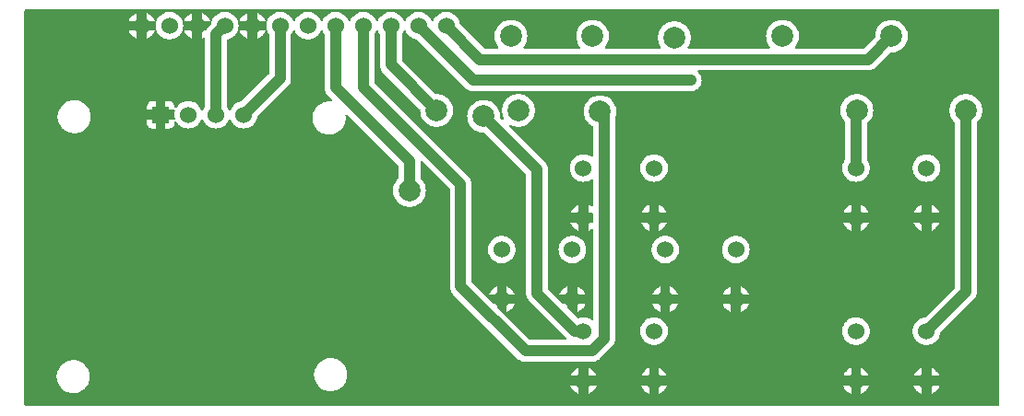
<source format=gbl>
G04 Layer: BottomLayer*
G04 EasyEDA v6.5.29, 2023-07-14 15:37:15*
G04 db832162b2324ea39ecaeeaa3fe534e0,1e4d668faf9c44eeab1497739a8aa4b2,10*
G04 Gerber Generator version 0.2*
G04 Scale: 100 percent, Rotated: No, Reflected: No *
G04 Dimensions in millimeters *
G04 leading zeros omitted , absolute positions ,4 integer and 5 decimal *
%FSLAX45Y45*%
%MOMM*%

%ADD10C,1.0000*%
%ADD11C,1.5240*%
%ADD12C,5.0000*%
%ADD13R,1.5240X1.5240*%
%ADD14C,2.0000*%
%ADD15C,0.0153*%

%LPD*%
G36*
X48564Y38404D02*
G01*
X44704Y39166D01*
X41402Y41402D01*
X39166Y44704D01*
X38404Y48564D01*
X38404Y3676446D01*
X39166Y3680307D01*
X41402Y3683609D01*
X44704Y3685844D01*
X48564Y3686606D01*
X8976461Y3686606D01*
X8980322Y3685844D01*
X8983624Y3683609D01*
X8985808Y3680307D01*
X8986621Y3676446D01*
X8986621Y48564D01*
X8985808Y44704D01*
X8983624Y41402D01*
X8980322Y39166D01*
X8976461Y38404D01*
G37*

%LPC*%
G36*
X5125364Y152806D02*
G01*
X5125364Y226923D01*
X5051196Y226923D01*
X5057648Y212496D01*
X5065522Y199440D01*
X5074970Y187401D01*
X5085791Y176580D01*
X5097830Y167132D01*
X5110937Y159207D01*
G37*
G36*
X5773064Y152806D02*
G01*
X5773064Y226923D01*
X5698896Y226923D01*
X5705348Y212547D01*
X5713222Y199440D01*
X5722670Y187401D01*
X5733491Y176580D01*
X5745530Y167132D01*
X5758637Y159207D01*
G37*
G36*
X5214264Y152806D02*
G01*
X5228691Y159207D01*
X5241747Y167132D01*
X5253837Y176580D01*
X5264607Y187401D01*
X5274056Y199440D01*
X5281980Y212496D01*
X5288381Y226923D01*
X5214264Y226923D01*
G37*
G36*
X5861964Y152806D02*
G01*
X5876391Y159207D01*
X5889447Y167132D01*
X5901537Y176580D01*
X5912307Y187401D01*
X5921756Y199440D01*
X5929680Y212547D01*
X5936081Y226923D01*
X5861964Y226923D01*
G37*
G36*
X7625334Y152806D02*
G01*
X7625334Y226923D01*
X7551216Y226923D01*
X7557617Y212496D01*
X7565542Y199440D01*
X7574991Y187401D01*
X7585811Y176580D01*
X7597851Y167132D01*
X7610906Y159207D01*
G37*
G36*
X8273034Y152806D02*
G01*
X8273034Y226923D01*
X8198916Y226923D01*
X8205317Y212547D01*
X8213242Y199440D01*
X8222691Y187401D01*
X8233511Y176580D01*
X8245551Y167132D01*
X8258606Y159207D01*
G37*
G36*
X8361934Y152806D02*
G01*
X8376361Y159207D01*
X8389467Y167132D01*
X8401507Y176580D01*
X8412327Y187401D01*
X8421776Y199440D01*
X8429650Y212547D01*
X8436102Y226923D01*
X8361934Y226923D01*
G37*
G36*
X7714234Y152806D02*
G01*
X7728661Y159207D01*
X7741767Y167132D01*
X7753807Y176580D01*
X7764627Y187401D01*
X7774076Y199440D01*
X7781950Y212496D01*
X7788402Y226923D01*
X7714234Y226923D01*
G37*
G36*
X490321Y157429D02*
G01*
X507034Y158800D01*
X523493Y162052D01*
X539496Y167030D01*
X554837Y173786D01*
X569315Y182168D01*
X582828Y192074D01*
X595172Y203403D01*
X606196Y216052D01*
X615746Y229819D01*
X623722Y244551D01*
X630021Y260096D01*
X634542Y276199D01*
X637336Y292760D01*
X638251Y309473D01*
X637336Y326186D01*
X634542Y342747D01*
X630021Y358851D01*
X623722Y374396D01*
X615746Y389128D01*
X606196Y402894D01*
X595172Y415543D01*
X582828Y426872D01*
X569315Y436778D01*
X554837Y445160D01*
X539496Y451916D01*
X523493Y456895D01*
X507034Y460146D01*
X490321Y461518D01*
X473608Y461060D01*
X456996Y458724D01*
X440740Y454609D01*
X425043Y448767D01*
X410108Y441198D01*
X396087Y432003D01*
X383133Y421385D01*
X371449Y409346D01*
X361188Y396138D01*
X352399Y381863D01*
X345236Y366725D01*
X339801Y350875D01*
X336143Y334518D01*
X334314Y317855D01*
X334314Y301091D01*
X336143Y284429D01*
X339801Y268071D01*
X345236Y252221D01*
X352399Y237083D01*
X361188Y222808D01*
X371449Y209600D01*
X383133Y197561D01*
X396087Y186944D01*
X410108Y177749D01*
X425043Y170180D01*
X440740Y164338D01*
X456996Y160223D01*
X473608Y157886D01*
G37*
G36*
X2853283Y175361D02*
G01*
X2869996Y176733D01*
X2886405Y179984D01*
X2902407Y184962D01*
X2917748Y191719D01*
X2932277Y200101D01*
X2945790Y210007D01*
X2958084Y221335D01*
X2969107Y233984D01*
X2978658Y247751D01*
X2986633Y262483D01*
X2992932Y278028D01*
X2997504Y294132D01*
X3000248Y310692D01*
X3001162Y327406D01*
X3000248Y344119D01*
X2997504Y360680D01*
X2992932Y376783D01*
X2986633Y392328D01*
X2978658Y407060D01*
X2969107Y420827D01*
X2958084Y433476D01*
X2945790Y444804D01*
X2932277Y454710D01*
X2917748Y463092D01*
X2902407Y469849D01*
X2886405Y474827D01*
X2869996Y478078D01*
X2853283Y479450D01*
X2836519Y478993D01*
X2819908Y476656D01*
X2803702Y472541D01*
X2788005Y466699D01*
X2773019Y459130D01*
X2758998Y449935D01*
X2746095Y439318D01*
X2734411Y427278D01*
X2724099Y414070D01*
X2715310Y399796D01*
X2708198Y384657D01*
X2702712Y368808D01*
X2699054Y352450D01*
X2697226Y335788D01*
X2697226Y319024D01*
X2699054Y302361D01*
X2702712Y286004D01*
X2708198Y270154D01*
X2715310Y255016D01*
X2724099Y240741D01*
X2734411Y227533D01*
X2746095Y215493D01*
X2758998Y204876D01*
X2773019Y195681D01*
X2788005Y188112D01*
X2803702Y182270D01*
X2819908Y178155D01*
X2836519Y175818D01*
G37*
G36*
X5698896Y315823D02*
G01*
X5773064Y315823D01*
X5773064Y389991D01*
X5758637Y383590D01*
X5745530Y375666D01*
X5733491Y366217D01*
X5722670Y355396D01*
X5713222Y343357D01*
X5705348Y330250D01*
G37*
G36*
X5861964Y315823D02*
G01*
X5936081Y315823D01*
X5929680Y330250D01*
X5921756Y343357D01*
X5912307Y355396D01*
X5901537Y366217D01*
X5889447Y375666D01*
X5876391Y383590D01*
X5861964Y389991D01*
G37*
G36*
X5051196Y315823D02*
G01*
X5125364Y315823D01*
X5125364Y389991D01*
X5110937Y383590D01*
X5097830Y375666D01*
X5085791Y366217D01*
X5074970Y355396D01*
X5065522Y343357D01*
X5057648Y330250D01*
G37*
G36*
X5214264Y315823D02*
G01*
X5288381Y315823D01*
X5281980Y330250D01*
X5274056Y343357D01*
X5264607Y355396D01*
X5253837Y366217D01*
X5241747Y375666D01*
X5228691Y383590D01*
X5214264Y389991D01*
G37*
G36*
X7551216Y315823D02*
G01*
X7625334Y315823D01*
X7625334Y389991D01*
X7610906Y383590D01*
X7597851Y375666D01*
X7585811Y366217D01*
X7574991Y355396D01*
X7565542Y343357D01*
X7557617Y330250D01*
G37*
G36*
X7714234Y315823D02*
G01*
X7788402Y315823D01*
X7781950Y330250D01*
X7774076Y343357D01*
X7764627Y355396D01*
X7753807Y366217D01*
X7741767Y375666D01*
X7728661Y383590D01*
X7714234Y389991D01*
G37*
G36*
X8361934Y315823D02*
G01*
X8436102Y315823D01*
X8429650Y330250D01*
X8421776Y343357D01*
X8412327Y355396D01*
X8401507Y366217D01*
X8389467Y375666D01*
X8376361Y383590D01*
X8361934Y389991D01*
G37*
G36*
X8198916Y315823D02*
G01*
X8273034Y315823D01*
X8273034Y389991D01*
X8258606Y383590D01*
X8245551Y375666D01*
X8233511Y366217D01*
X8222691Y355396D01*
X8213242Y343357D01*
X8205317Y330250D01*
G37*
G36*
X4637074Y446532D02*
G01*
X5246522Y446532D01*
X5259984Y447395D01*
X5272887Y449986D01*
X5285333Y454202D01*
X5297119Y459993D01*
X5308041Y467309D01*
X5318150Y476199D01*
X5429351Y587400D01*
X5438241Y597509D01*
X5445556Y608431D01*
X5451348Y620217D01*
X5455564Y632663D01*
X5458155Y645566D01*
X5459018Y659028D01*
X5459018Y2683611D01*
X5459780Y2687523D01*
X5463692Y2696972D01*
X5468366Y2713177D01*
X5471210Y2729839D01*
X5472176Y2746654D01*
X5471210Y2763520D01*
X5468366Y2780182D01*
X5463692Y2796387D01*
X5457240Y2811983D01*
X5449112Y2826766D01*
X5439308Y2840532D01*
X5428081Y2853080D01*
X5415483Y2864358D01*
X5401716Y2874111D01*
X5386984Y2882290D01*
X5371388Y2888742D01*
X5355132Y2893415D01*
X5338521Y2896209D01*
X5321655Y2897174D01*
X5304840Y2896209D01*
X5288178Y2893415D01*
X5271973Y2888742D01*
X5256377Y2882290D01*
X5241594Y2874111D01*
X5227828Y2864358D01*
X5215229Y2853080D01*
X5204002Y2840532D01*
X5194249Y2826766D01*
X5186070Y2811983D01*
X5179618Y2796387D01*
X5174945Y2780182D01*
X5172100Y2763520D01*
X5171186Y2746654D01*
X5172100Y2729839D01*
X5174945Y2713177D01*
X5179618Y2696972D01*
X5186070Y2681376D01*
X5194249Y2666593D01*
X5204002Y2652826D01*
X5215229Y2640279D01*
X5227828Y2629001D01*
X5241594Y2619248D01*
X5252770Y2613101D01*
X5255564Y2610815D01*
X5257393Y2607716D01*
X5258003Y2604211D01*
X5258003Y2340965D01*
X5257088Y2336800D01*
X5254599Y2333345D01*
X5250840Y2331262D01*
X5246624Y2330907D01*
X5242560Y2332278D01*
X5228640Y2340762D01*
X5214721Y2347061D01*
X5200091Y2351582D01*
X5185054Y2354326D01*
X5169763Y2355291D01*
X5154523Y2354326D01*
X5139486Y2351582D01*
X5124856Y2347061D01*
X5110886Y2340762D01*
X5097830Y2332837D01*
X5085791Y2323388D01*
X5074970Y2312619D01*
X5065522Y2300528D01*
X5057597Y2287473D01*
X5051348Y2273503D01*
X5046776Y2258923D01*
X5044033Y2243836D01*
X5043119Y2228596D01*
X5044033Y2213305D01*
X5046776Y2198268D01*
X5051348Y2183638D01*
X5057597Y2169718D01*
X5065522Y2156612D01*
X5074970Y2144572D01*
X5085791Y2133752D01*
X5097830Y2124303D01*
X5110886Y2116429D01*
X5124856Y2110130D01*
X5139486Y2105558D01*
X5154523Y2102815D01*
X5169763Y2101900D01*
X5185054Y2102815D01*
X5200091Y2105558D01*
X5214721Y2110130D01*
X5228640Y2116378D01*
X5242560Y2124862D01*
X5246624Y2126284D01*
X5250840Y2125878D01*
X5254599Y2123795D01*
X5257088Y2120341D01*
X5258003Y2116175D01*
X5258003Y1883816D01*
X5257088Y1879600D01*
X5254599Y1876196D01*
X5250840Y1874113D01*
X5246624Y1873707D01*
X5242560Y1875129D01*
X5228640Y1883562D01*
X5214264Y1890014D01*
X5214264Y1815846D01*
X5247843Y1815846D01*
X5251754Y1815084D01*
X5255056Y1812848D01*
X5257241Y1809546D01*
X5258003Y1805686D01*
X5258003Y1737106D01*
X5257241Y1733194D01*
X5255056Y1729892D01*
X5251754Y1727707D01*
X5247843Y1726946D01*
X5214264Y1726946D01*
X5214264Y1652778D01*
X5228640Y1659178D01*
X5242560Y1667662D01*
X5246624Y1669084D01*
X5250840Y1668678D01*
X5254599Y1666595D01*
X5257088Y1663141D01*
X5258003Y1658975D01*
X5258003Y840994D01*
X5257088Y836828D01*
X5254599Y833374D01*
X5250840Y831291D01*
X5246624Y830884D01*
X5242560Y832307D01*
X5228640Y840790D01*
X5214721Y847039D01*
X5200091Y851611D01*
X5185054Y854354D01*
X5169763Y855268D01*
X5154523Y854354D01*
X5139486Y851611D01*
X5124043Y846734D01*
X5120386Y846277D01*
X5116830Y847191D01*
X5113782Y849274D01*
X5026050Y937006D01*
X5023815Y940308D01*
X5023053Y944219D01*
X5023053Y976934D01*
X4990338Y976934D01*
X4986426Y977696D01*
X4983124Y979932D01*
X4847132Y1115923D01*
X4844897Y1119225D01*
X4844135Y1123137D01*
X4844135Y2212644D01*
X4843272Y2226106D01*
X4840681Y2239010D01*
X4836464Y2251456D01*
X4830673Y2263241D01*
X4823358Y2274163D01*
X4814468Y2284272D01*
X4487519Y2611272D01*
X4485233Y2614676D01*
X4484522Y2618740D01*
X4485487Y2622753D01*
X4487976Y2626055D01*
X4491583Y2628087D01*
X4495647Y2628544D01*
X4499610Y2627325D01*
X4506366Y2623566D01*
X4521962Y2617114D01*
X4538167Y2612440D01*
X4554829Y2609646D01*
X4571644Y2608681D01*
X4588510Y2609646D01*
X4605172Y2612440D01*
X4621377Y2617114D01*
X4636973Y2623566D01*
X4651756Y2631744D01*
X4665522Y2641498D01*
X4678070Y2652776D01*
X4689348Y2665323D01*
X4699101Y2679090D01*
X4707280Y2693873D01*
X4713732Y2709468D01*
X4718405Y2725674D01*
X4721199Y2742336D01*
X4722164Y2759202D01*
X4721199Y2776016D01*
X4718405Y2792679D01*
X4713732Y2808884D01*
X4707280Y2824480D01*
X4699101Y2839262D01*
X4689348Y2853029D01*
X4678070Y2865577D01*
X4665522Y2876854D01*
X4651756Y2886608D01*
X4636973Y2894787D01*
X4621377Y2901238D01*
X4605172Y2905912D01*
X4588510Y2908706D01*
X4571644Y2909671D01*
X4554829Y2908706D01*
X4538167Y2905912D01*
X4521962Y2901238D01*
X4506366Y2894787D01*
X4491583Y2886608D01*
X4477816Y2876854D01*
X4465269Y2865577D01*
X4453991Y2853029D01*
X4444238Y2839262D01*
X4436059Y2824480D01*
X4429607Y2808884D01*
X4424934Y2792679D01*
X4422140Y2776016D01*
X4421174Y2759202D01*
X4422140Y2742336D01*
X4424934Y2725674D01*
X4429607Y2709468D01*
X4436059Y2693873D01*
X4439818Y2687116D01*
X4441037Y2683205D01*
X4440580Y2679090D01*
X4438548Y2675483D01*
X4435246Y2672994D01*
X4431233Y2672029D01*
X4427169Y2672740D01*
X4423765Y2675026D01*
X4406595Y2692196D01*
X4404258Y2695752D01*
X4403598Y2699969D01*
X4403801Y2703322D01*
X4402836Y2720187D01*
X4400042Y2736799D01*
X4395368Y2753004D01*
X4388916Y2768600D01*
X4380738Y2783382D01*
X4370984Y2797149D01*
X4359706Y2809748D01*
X4347159Y2820974D01*
X4333392Y2830728D01*
X4318609Y2838907D01*
X4303014Y2845358D01*
X4286808Y2850032D01*
X4270146Y2852877D01*
X4253331Y2853791D01*
X4236466Y2852877D01*
X4219803Y2850032D01*
X4203598Y2845358D01*
X4188002Y2838907D01*
X4173220Y2830728D01*
X4159453Y2820974D01*
X4146905Y2809748D01*
X4135628Y2797149D01*
X4125874Y2783382D01*
X4117695Y2768600D01*
X4111244Y2753004D01*
X4106570Y2736799D01*
X4103776Y2720187D01*
X4102811Y2703322D01*
X4103776Y2686456D01*
X4106570Y2669844D01*
X4111244Y2653588D01*
X4117695Y2638044D01*
X4125874Y2623261D01*
X4135628Y2609494D01*
X4146905Y2596896D01*
X4159453Y2585669D01*
X4173220Y2575915D01*
X4188002Y2567736D01*
X4203598Y2561285D01*
X4219803Y2556611D01*
X4236466Y2553766D01*
X4253331Y2552801D01*
X4256684Y2553004D01*
X4260850Y2552344D01*
X4264406Y2550058D01*
X4640173Y2174341D01*
X4642358Y2171039D01*
X4643120Y2167128D01*
X4643120Y1077620D01*
X4643983Y1064158D01*
X4646574Y1051255D01*
X4650790Y1038809D01*
X4656632Y1027023D01*
X4663897Y1016101D01*
X4672787Y1005992D01*
X5013909Y664870D01*
X5016093Y661568D01*
X5016855Y657707D01*
X5016093Y653796D01*
X5013909Y650494D01*
X5010607Y648309D01*
X5006695Y647547D01*
X4682591Y647547D01*
X4678680Y648309D01*
X4675428Y650494D01*
X4378350Y947572D01*
X4376115Y950874D01*
X4375353Y954786D01*
X4375353Y976934D01*
X4353204Y976934D01*
X4349292Y977696D01*
X4345990Y979932D01*
X4147058Y1178864D01*
X4144822Y1182166D01*
X4144060Y1186078D01*
X4144060Y2076500D01*
X4143197Y2089912D01*
X4140606Y2102815D01*
X4136390Y2115261D01*
X4130598Y2127046D01*
X4123283Y2137968D01*
X4114393Y2148128D01*
X3251708Y3010814D01*
X3249472Y3014116D01*
X3248710Y3018028D01*
X3248710Y3457092D01*
X3249269Y3460394D01*
X3250895Y3463340D01*
X3252470Y3465372D01*
X3260394Y3478479D01*
X3265932Y3490823D01*
X3268167Y3493973D01*
X3271418Y3496056D01*
X3275177Y3496818D01*
X3278987Y3496056D01*
X3282238Y3493973D01*
X3284474Y3490823D01*
X3290011Y3478479D01*
X3297936Y3465372D01*
X3299561Y3463340D01*
X3301136Y3460394D01*
X3301695Y3457041D01*
X3301695Y3178962D01*
X3302558Y3165500D01*
X3305149Y3152597D01*
X3309365Y3140151D01*
X3315208Y3128365D01*
X3322472Y3117443D01*
X3331362Y3107334D01*
X3668420Y2770276D01*
X3670706Y2766720D01*
X3671366Y2762554D01*
X3671163Y2759202D01*
X3672128Y2742336D01*
X3674973Y2725674D01*
X3679647Y2709468D01*
X3686098Y2693873D01*
X3694226Y2679090D01*
X3704031Y2665323D01*
X3715258Y2652776D01*
X3727856Y2641498D01*
X3741623Y2631744D01*
X3756355Y2623566D01*
X3771950Y2617114D01*
X3788206Y2612440D01*
X3804818Y2609646D01*
X3821684Y2608681D01*
X3838498Y2609646D01*
X3855161Y2612440D01*
X3871366Y2617114D01*
X3886962Y2623566D01*
X3901744Y2631744D01*
X3915511Y2641498D01*
X3928059Y2652776D01*
X3939336Y2665323D01*
X3949090Y2679090D01*
X3957269Y2693873D01*
X3963720Y2709468D01*
X3968394Y2725674D01*
X3971239Y2742336D01*
X3972153Y2759202D01*
X3971239Y2776016D01*
X3968394Y2792679D01*
X3963720Y2808884D01*
X3957269Y2824480D01*
X3949090Y2839262D01*
X3939336Y2853029D01*
X3928059Y2865577D01*
X3915511Y2876854D01*
X3901744Y2886608D01*
X3886962Y2894787D01*
X3871366Y2901238D01*
X3855161Y2905912D01*
X3838498Y2908706D01*
X3821684Y2909671D01*
X3818280Y2909468D01*
X3814114Y2910128D01*
X3810508Y2912414D01*
X3505708Y3217265D01*
X3503472Y3220567D01*
X3502710Y3224479D01*
X3502710Y3457092D01*
X3503269Y3460394D01*
X3504895Y3463340D01*
X3506470Y3465372D01*
X3514394Y3478479D01*
X3519932Y3490823D01*
X3522167Y3493973D01*
X3525418Y3496056D01*
X3529177Y3496818D01*
X3532987Y3496056D01*
X3536238Y3493973D01*
X3538474Y3490823D01*
X3544011Y3478479D01*
X3551936Y3465372D01*
X3561384Y3453333D01*
X3572205Y3442512D01*
X3584244Y3433064D01*
X3597300Y3425190D01*
X3611270Y3418890D01*
X3625900Y3414318D01*
X3636467Y3412388D01*
X3639362Y3411372D01*
X3641851Y3409594D01*
X4086047Y2965348D01*
X4096156Y2956458D01*
X4107129Y2949194D01*
X4118914Y2943352D01*
X4131360Y2939135D01*
X4144213Y2936595D01*
X4157675Y2935681D01*
X6153251Y2935681D01*
X6163716Y2936240D01*
X6166408Y2936544D01*
X6179261Y2939034D01*
X6191961Y2943352D01*
X6203746Y2949194D01*
X6214668Y2956458D01*
X6224524Y2965145D01*
X6233210Y2975051D01*
X6239916Y2984957D01*
X6246012Y2996996D01*
X6250381Y3009646D01*
X6253073Y3022803D01*
X6253988Y3036214D01*
X6253124Y3049320D01*
X6250533Y3062224D01*
X6246317Y3074670D01*
X6240526Y3086404D01*
X6232347Y3098495D01*
X6223355Y3108452D01*
X6222136Y3109468D01*
X6219596Y3112668D01*
X6218580Y3116630D01*
X6219190Y3120694D01*
X6221323Y3124200D01*
X6224676Y3126536D01*
X6228689Y3127349D01*
X7783372Y3127349D01*
X7796834Y3128264D01*
X7809738Y3130804D01*
X7822184Y3135020D01*
X7833969Y3140862D01*
X7844891Y3148126D01*
X7855000Y3157016D01*
X7985506Y3287572D01*
X7989112Y3289858D01*
X7993278Y3290519D01*
X7996681Y3290315D01*
X8013496Y3291281D01*
X8030159Y3294075D01*
X8046364Y3298748D01*
X8061959Y3305251D01*
X8076742Y3313379D01*
X8090509Y3323132D01*
X8103057Y3334410D01*
X8114334Y3347008D01*
X8124088Y3360724D01*
X8132267Y3375507D01*
X8138718Y3391103D01*
X8143392Y3407308D01*
X8146186Y3423970D01*
X8147151Y3440836D01*
X8146186Y3457651D01*
X8143392Y3474313D01*
X8138718Y3490518D01*
X8132267Y3506114D01*
X8124088Y3520897D01*
X8114334Y3534664D01*
X8103057Y3547211D01*
X8090509Y3558489D01*
X8076742Y3568242D01*
X8061959Y3576421D01*
X8046364Y3582873D01*
X8030159Y3587546D01*
X8013496Y3590340D01*
X7996681Y3591306D01*
X7979816Y3590340D01*
X7963153Y3587546D01*
X7946948Y3582873D01*
X7931353Y3576421D01*
X7916621Y3568242D01*
X7902854Y3558489D01*
X7890256Y3547211D01*
X7879029Y3534664D01*
X7869224Y3520897D01*
X7861096Y3506114D01*
X7854594Y3490518D01*
X7849920Y3474313D01*
X7847126Y3457651D01*
X7846161Y3440836D01*
X7846364Y3437432D01*
X7845704Y3433267D01*
X7843418Y3429711D01*
X7745069Y3331362D01*
X7741767Y3329178D01*
X7737856Y3328365D01*
X7120381Y3328365D01*
X7116622Y3329127D01*
X7113371Y3331210D01*
X7111136Y3334410D01*
X7110272Y3338169D01*
X7110831Y3341979D01*
X7112812Y3345332D01*
X7114336Y3347008D01*
X7124090Y3360724D01*
X7132269Y3375507D01*
X7138720Y3391103D01*
X7143394Y3407308D01*
X7146188Y3423970D01*
X7147153Y3440836D01*
X7146188Y3457651D01*
X7143394Y3474313D01*
X7138720Y3490518D01*
X7132269Y3506114D01*
X7124090Y3520897D01*
X7114336Y3534664D01*
X7103059Y3547211D01*
X7090511Y3558489D01*
X7076744Y3568242D01*
X7061962Y3576421D01*
X7046366Y3582873D01*
X7030161Y3587546D01*
X7013498Y3590340D01*
X6996684Y3591306D01*
X6979818Y3590340D01*
X6963156Y3587546D01*
X6946950Y3582873D01*
X6931355Y3576421D01*
X6916623Y3568242D01*
X6902856Y3558489D01*
X6890258Y3547211D01*
X6879031Y3534664D01*
X6869226Y3520897D01*
X6861098Y3506114D01*
X6854596Y3490518D01*
X6849922Y3474313D01*
X6847128Y3457651D01*
X6846163Y3440836D01*
X6847128Y3423970D01*
X6849922Y3407308D01*
X6854596Y3391103D01*
X6861098Y3375507D01*
X6869226Y3360724D01*
X6879031Y3347008D01*
X6880504Y3345332D01*
X6882485Y3341979D01*
X6883095Y3338169D01*
X6882180Y3334410D01*
X6879996Y3331210D01*
X6876745Y3329127D01*
X6872935Y3328365D01*
X6136284Y3328365D01*
X6132017Y3329330D01*
X6128512Y3332022D01*
X6126480Y3335934D01*
X6126276Y3340354D01*
X6128004Y3344418D01*
X6130747Y3348228D01*
X6138875Y3363010D01*
X6145326Y3378606D01*
X6150000Y3394811D01*
X6152845Y3411474D01*
X6153810Y3428339D01*
X6152845Y3445154D01*
X6150000Y3461816D01*
X6145326Y3478022D01*
X6138875Y3493617D01*
X6130747Y3508400D01*
X6120942Y3522167D01*
X6109716Y3534714D01*
X6097117Y3545992D01*
X6083350Y3555746D01*
X6068618Y3563924D01*
X6053023Y3570376D01*
X6036767Y3575050D01*
X6020155Y3577844D01*
X6003290Y3578809D01*
X5986475Y3577844D01*
X5969812Y3575050D01*
X5953607Y3570376D01*
X5938012Y3563924D01*
X5923229Y3555746D01*
X5909462Y3545992D01*
X5896914Y3534714D01*
X5885637Y3522167D01*
X5875883Y3508400D01*
X5867704Y3493617D01*
X5861253Y3478022D01*
X5856579Y3461816D01*
X5853734Y3445154D01*
X5852820Y3428339D01*
X5853734Y3411474D01*
X5856579Y3394811D01*
X5861253Y3378606D01*
X5867704Y3363010D01*
X5875883Y3348228D01*
X5878576Y3344418D01*
X5880303Y3340354D01*
X5880150Y3335934D01*
X5878118Y3332022D01*
X5874613Y3329330D01*
X5870295Y3328365D01*
X5377027Y3328365D01*
X5373268Y3329127D01*
X5370017Y3331210D01*
X5367782Y3334410D01*
X5366867Y3338169D01*
X5367477Y3341979D01*
X5369458Y3345332D01*
X5370982Y3347008D01*
X5380736Y3360724D01*
X5388914Y3375507D01*
X5395366Y3391103D01*
X5400040Y3407308D01*
X5402834Y3423970D01*
X5403799Y3440836D01*
X5402834Y3457651D01*
X5400040Y3474313D01*
X5395366Y3490518D01*
X5388914Y3506114D01*
X5380736Y3520897D01*
X5370982Y3534664D01*
X5359704Y3547211D01*
X5347157Y3558489D01*
X5333390Y3568242D01*
X5318607Y3576421D01*
X5303012Y3582873D01*
X5286806Y3587546D01*
X5270144Y3590340D01*
X5253329Y3591306D01*
X5236464Y3590340D01*
X5219801Y3587546D01*
X5203596Y3582873D01*
X5188000Y3576421D01*
X5173218Y3568242D01*
X5159451Y3558489D01*
X5146903Y3547211D01*
X5135626Y3534664D01*
X5125872Y3520897D01*
X5117693Y3506114D01*
X5111242Y3490518D01*
X5106568Y3474313D01*
X5103774Y3457651D01*
X5102809Y3440836D01*
X5103774Y3423970D01*
X5106568Y3407308D01*
X5111242Y3391103D01*
X5117693Y3375507D01*
X5125872Y3360724D01*
X5135626Y3347008D01*
X5137150Y3345332D01*
X5139131Y3341979D01*
X5139740Y3338169D01*
X5138826Y3334410D01*
X5136591Y3331210D01*
X5133390Y3329127D01*
X5129580Y3328365D01*
X4627067Y3328365D01*
X4623257Y3329127D01*
X4620006Y3331210D01*
X4617770Y3334410D01*
X4616907Y3338169D01*
X4617466Y3341979D01*
X4619447Y3345332D01*
X4620971Y3347008D01*
X4630724Y3360724D01*
X4638903Y3375507D01*
X4645355Y3391103D01*
X4650028Y3407308D01*
X4652873Y3423970D01*
X4653788Y3440836D01*
X4652873Y3457651D01*
X4650028Y3474313D01*
X4645355Y3490518D01*
X4638903Y3506114D01*
X4630724Y3520897D01*
X4620971Y3534664D01*
X4609744Y3547211D01*
X4597146Y3558489D01*
X4583379Y3568242D01*
X4568596Y3576421D01*
X4553000Y3582873D01*
X4536795Y3587546D01*
X4520133Y3590340D01*
X4503318Y3591306D01*
X4486452Y3590340D01*
X4469841Y3587546D01*
X4453585Y3582873D01*
X4437989Y3576421D01*
X4423257Y3568242D01*
X4409490Y3558489D01*
X4396892Y3547211D01*
X4385665Y3534664D01*
X4375861Y3520897D01*
X4367733Y3506114D01*
X4361281Y3490518D01*
X4356608Y3474313D01*
X4353763Y3457651D01*
X4352798Y3440836D01*
X4353763Y3423970D01*
X4356608Y3407308D01*
X4361281Y3391103D01*
X4367733Y3375507D01*
X4375861Y3360724D01*
X4385665Y3347008D01*
X4387138Y3345332D01*
X4389120Y3341979D01*
X4389729Y3338169D01*
X4388866Y3334410D01*
X4386630Y3331210D01*
X4383379Y3329127D01*
X4379569Y3328365D01*
X4265523Y3328365D01*
X4261612Y3329178D01*
X4258360Y3331362D01*
X4037939Y3551732D01*
X4036110Y3554222D01*
X4035145Y3557117D01*
X4033215Y3567684D01*
X4028643Y3582263D01*
X4022394Y3596233D01*
X4014470Y3609289D01*
X4005021Y3621328D01*
X3994200Y3632149D01*
X3982161Y3641598D01*
X3969054Y3649522D01*
X3955135Y3655822D01*
X3940505Y3660343D01*
X3925468Y3663086D01*
X3910177Y3664051D01*
X3894937Y3663086D01*
X3879850Y3660343D01*
X3865270Y3655822D01*
X3851300Y3649522D01*
X3838244Y3641598D01*
X3826205Y3632149D01*
X3815384Y3621328D01*
X3805936Y3609289D01*
X3798011Y3596233D01*
X3792474Y3583889D01*
X3790238Y3580739D01*
X3786987Y3578606D01*
X3783177Y3577894D01*
X3779418Y3578606D01*
X3776167Y3580739D01*
X3773932Y3583889D01*
X3768394Y3596233D01*
X3760470Y3609289D01*
X3751021Y3621328D01*
X3740200Y3632149D01*
X3728161Y3641598D01*
X3715054Y3649522D01*
X3701135Y3655822D01*
X3686505Y3660343D01*
X3671468Y3663086D01*
X3656177Y3664051D01*
X3640937Y3663086D01*
X3625900Y3660343D01*
X3611270Y3655822D01*
X3597300Y3649522D01*
X3584244Y3641598D01*
X3572205Y3632149D01*
X3561384Y3621328D01*
X3551936Y3609289D01*
X3544011Y3596233D01*
X3538474Y3583889D01*
X3536238Y3580688D01*
X3532987Y3578606D01*
X3529177Y3577894D01*
X3525418Y3578606D01*
X3522167Y3580688D01*
X3519932Y3583889D01*
X3514394Y3596233D01*
X3506470Y3609289D01*
X3497021Y3621328D01*
X3486200Y3632149D01*
X3474161Y3641598D01*
X3461054Y3649522D01*
X3447135Y3655822D01*
X3432505Y3660343D01*
X3417468Y3663086D01*
X3402177Y3664051D01*
X3386937Y3663086D01*
X3371900Y3660343D01*
X3357270Y3655822D01*
X3343300Y3649522D01*
X3330244Y3641598D01*
X3318205Y3632149D01*
X3307384Y3621328D01*
X3297936Y3609289D01*
X3290011Y3596233D01*
X3284474Y3583889D01*
X3282238Y3580688D01*
X3278987Y3578606D01*
X3275177Y3577894D01*
X3271418Y3578606D01*
X3268167Y3580688D01*
X3265932Y3583889D01*
X3260394Y3596233D01*
X3252470Y3609289D01*
X3243021Y3621328D01*
X3232200Y3632149D01*
X3220161Y3641598D01*
X3207054Y3649522D01*
X3193135Y3655822D01*
X3178505Y3660343D01*
X3163468Y3663086D01*
X3148177Y3664051D01*
X3132937Y3663086D01*
X3117900Y3660343D01*
X3103270Y3655822D01*
X3089300Y3649522D01*
X3076244Y3641598D01*
X3064205Y3632149D01*
X3053384Y3621328D01*
X3043936Y3609289D01*
X3036011Y3596233D01*
X3030474Y3583889D01*
X3028238Y3580688D01*
X3024987Y3578606D01*
X3021177Y3577894D01*
X3017418Y3578606D01*
X3014167Y3580688D01*
X3011932Y3583889D01*
X3006394Y3596233D01*
X2998470Y3609289D01*
X2989021Y3621328D01*
X2978200Y3632149D01*
X2966161Y3641598D01*
X2953054Y3649522D01*
X2939135Y3655822D01*
X2924505Y3660343D01*
X2909468Y3663086D01*
X2894177Y3664051D01*
X2878937Y3663086D01*
X2863900Y3660343D01*
X2849270Y3655822D01*
X2835300Y3649522D01*
X2822244Y3641598D01*
X2810205Y3632149D01*
X2799384Y3621328D01*
X2789936Y3609289D01*
X2782011Y3596233D01*
X2776474Y3583889D01*
X2774238Y3580688D01*
X2770987Y3578606D01*
X2767177Y3577894D01*
X2763418Y3578606D01*
X2760167Y3580688D01*
X2757932Y3583889D01*
X2752394Y3596233D01*
X2744470Y3609289D01*
X2735021Y3621328D01*
X2724200Y3632149D01*
X2712161Y3641598D01*
X2699054Y3649522D01*
X2685135Y3655822D01*
X2670505Y3660343D01*
X2655468Y3663086D01*
X2640177Y3664051D01*
X2624937Y3663086D01*
X2609900Y3660343D01*
X2595270Y3655822D01*
X2581300Y3649522D01*
X2568244Y3641598D01*
X2556205Y3632149D01*
X2545384Y3621328D01*
X2535936Y3609289D01*
X2528011Y3596233D01*
X2521966Y3582771D01*
X2519730Y3579622D01*
X2516479Y3577488D01*
X2512720Y3576777D01*
X2508910Y3577488D01*
X2505659Y3579622D01*
X2503424Y3582771D01*
X2497378Y3596233D01*
X2489454Y3609289D01*
X2480005Y3621328D01*
X2469184Y3632149D01*
X2457145Y3641598D01*
X2444089Y3649522D01*
X2430119Y3655822D01*
X2415489Y3660343D01*
X2400452Y3663086D01*
X2385212Y3664051D01*
X2369921Y3663086D01*
X2354884Y3660343D01*
X2340254Y3655822D01*
X2326335Y3649522D01*
X2313228Y3641598D01*
X2301189Y3632149D01*
X2290368Y3621328D01*
X2280920Y3609289D01*
X2272995Y3596233D01*
X2267458Y3583889D01*
X2265222Y3580739D01*
X2261971Y3578606D01*
X2260295Y3578301D01*
X2261920Y3576015D01*
X2262936Y3572357D01*
X2259431Y3552596D01*
X2258517Y3537356D01*
X2259431Y3522065D01*
X2262936Y3502304D01*
X2261920Y3498646D01*
X2260295Y3496411D01*
X2261971Y3496056D01*
X2265222Y3493973D01*
X2267458Y3490823D01*
X2272995Y3478479D01*
X2280920Y3465372D01*
X2282545Y3463340D01*
X2284120Y3460394D01*
X2284679Y3457092D01*
X2284679Y3099409D01*
X2283917Y3095548D01*
X2281732Y3092246D01*
X2036521Y2847035D01*
X2034032Y2845206D01*
X2031136Y2844241D01*
X2020570Y2842310D01*
X2005939Y2837738D01*
X1992020Y2831439D01*
X1978914Y2823565D01*
X1966874Y2814116D01*
X1956054Y2803296D01*
X1946605Y2791256D01*
X1938680Y2778150D01*
X1933143Y2765806D01*
X1930907Y2762656D01*
X1927656Y2760573D01*
X1923897Y2759811D01*
X1920087Y2760573D01*
X1916836Y2762656D01*
X1914601Y2765806D01*
X1909064Y2778150D01*
X1901139Y2791256D01*
X1899564Y2793238D01*
X1897989Y2796184D01*
X1897430Y2799537D01*
X1897430Y3404006D01*
X1898040Y3407460D01*
X1899767Y3410508D01*
X1902460Y3412794D01*
X1922119Y3418890D01*
X1936089Y3425190D01*
X1949145Y3433064D01*
X1961184Y3442512D01*
X1972005Y3453333D01*
X1981454Y3465372D01*
X1989378Y3478479D01*
X1994916Y3490823D01*
X1997151Y3493973D01*
X2000402Y3496056D01*
X2002129Y3496411D01*
X2000453Y3498646D01*
X1999488Y3502304D01*
X2002942Y3522065D01*
X2003907Y3537356D01*
X2002942Y3552596D01*
X1999488Y3572357D01*
X2000453Y3576015D01*
X2002129Y3578301D01*
X2000402Y3578606D01*
X1997151Y3580688D01*
X1994916Y3583889D01*
X1989378Y3596233D01*
X1981454Y3609289D01*
X1972005Y3621328D01*
X1961184Y3632149D01*
X1949145Y3641598D01*
X1936089Y3649522D01*
X1922119Y3655822D01*
X1907539Y3660343D01*
X1892452Y3663086D01*
X1877212Y3664051D01*
X1861921Y3663086D01*
X1846884Y3660343D01*
X1832254Y3655822D01*
X1818335Y3649522D01*
X1805228Y3641598D01*
X1793189Y3632149D01*
X1782368Y3621328D01*
X1772920Y3609289D01*
X1764995Y3596233D01*
X1759457Y3583889D01*
X1757222Y3580688D01*
X1753971Y3578606D01*
X1752295Y3578301D01*
X1753971Y3576015D01*
X1754936Y3572357D01*
X1752244Y3557066D01*
X1751279Y3554222D01*
X1749450Y3551732D01*
X1726082Y3528364D01*
X1717192Y3518204D01*
X1709877Y3507282D01*
X1705559Y3498545D01*
X1703324Y3495548D01*
X1700123Y3493566D01*
X1696466Y3492906D01*
X1667662Y3492906D01*
X1667662Y3418738D01*
X1682089Y3425139D01*
X1686001Y3426053D01*
X1689963Y3425342D01*
X1693316Y3423158D01*
X1695602Y3419856D01*
X1696415Y3415893D01*
X1696415Y2799588D01*
X1695856Y2796235D01*
X1694230Y2793288D01*
X1692605Y2791256D01*
X1684680Y2778150D01*
X1679143Y2765806D01*
X1676907Y2762656D01*
X1673656Y2760573D01*
X1669897Y2759811D01*
X1666087Y2760573D01*
X1662836Y2762656D01*
X1660601Y2765806D01*
X1655064Y2778150D01*
X1647139Y2791256D01*
X1637690Y2803296D01*
X1626870Y2814116D01*
X1614830Y2823565D01*
X1601774Y2831439D01*
X1587804Y2837738D01*
X1573225Y2842310D01*
X1558137Y2845054D01*
X1542897Y2845968D01*
X1527606Y2845054D01*
X1512570Y2842310D01*
X1497939Y2837738D01*
X1484020Y2831439D01*
X1470914Y2823565D01*
X1458874Y2814116D01*
X1448054Y2803296D01*
X1438605Y2791256D01*
X1434439Y2784348D01*
X1431442Y2781198D01*
X1427378Y2779572D01*
X1423009Y2779826D01*
X1419148Y2781858D01*
X1416507Y2785313D01*
X1415592Y2789580D01*
X1415592Y2794965D01*
X1414780Y2804160D01*
X1412494Y2812643D01*
X1408785Y2820619D01*
X1403756Y2827832D01*
X1397508Y2834081D01*
X1390294Y2839110D01*
X1382318Y2842818D01*
X1373835Y2845104D01*
X1364640Y2845917D01*
X1333347Y2845917D01*
X1333347Y2763672D01*
X1410462Y2763672D01*
X1414170Y2762961D01*
X1417370Y2760929D01*
X1419606Y2757881D01*
X1420571Y2754223D01*
X1417116Y2734564D01*
X1416202Y2719273D01*
X1417116Y2703982D01*
X1420622Y2684170D01*
X1419656Y2680512D01*
X1417421Y2677464D01*
X1414221Y2675432D01*
X1410512Y2674772D01*
X1333347Y2674772D01*
X1333347Y2592476D01*
X1364640Y2592476D01*
X1373835Y2593289D01*
X1382318Y2595575D01*
X1390294Y2599283D01*
X1397508Y2604363D01*
X1403756Y2610561D01*
X1408785Y2617774D01*
X1412494Y2625750D01*
X1414780Y2634234D01*
X1415592Y2643428D01*
X1415592Y2648966D01*
X1416507Y2653233D01*
X1419148Y2656687D01*
X1423009Y2658770D01*
X1427378Y2658973D01*
X1431442Y2657398D01*
X1434439Y2654198D01*
X1438605Y2647289D01*
X1448054Y2635250D01*
X1458874Y2624429D01*
X1470914Y2615031D01*
X1484020Y2607106D01*
X1497939Y2600807D01*
X1512570Y2596286D01*
X1527606Y2593492D01*
X1542897Y2592578D01*
X1558137Y2593492D01*
X1573225Y2596286D01*
X1587804Y2600807D01*
X1601774Y2607106D01*
X1614830Y2615031D01*
X1626870Y2624429D01*
X1637690Y2635250D01*
X1647139Y2647289D01*
X1655064Y2660396D01*
X1660601Y2672740D01*
X1662836Y2675890D01*
X1666087Y2678023D01*
X1669897Y2678734D01*
X1673656Y2678023D01*
X1676907Y2675890D01*
X1679143Y2672740D01*
X1684680Y2660396D01*
X1692605Y2647289D01*
X1702054Y2635250D01*
X1712874Y2624429D01*
X1724914Y2615031D01*
X1738020Y2607106D01*
X1751939Y2600807D01*
X1766570Y2596286D01*
X1781606Y2593492D01*
X1796897Y2592578D01*
X1812137Y2593492D01*
X1827225Y2596286D01*
X1841804Y2600807D01*
X1855774Y2607106D01*
X1868830Y2615031D01*
X1880870Y2624429D01*
X1891690Y2635250D01*
X1901139Y2647289D01*
X1909064Y2660396D01*
X1914601Y2672740D01*
X1916836Y2675890D01*
X1920087Y2678023D01*
X1923897Y2678734D01*
X1927656Y2678023D01*
X1930907Y2675890D01*
X1933143Y2672740D01*
X1938680Y2660396D01*
X1946605Y2647289D01*
X1956054Y2635250D01*
X1966874Y2624429D01*
X1978914Y2615031D01*
X1992020Y2607106D01*
X2005939Y2600807D01*
X2020570Y2596286D01*
X2035606Y2593492D01*
X2050897Y2592578D01*
X2066137Y2593492D01*
X2081225Y2596286D01*
X2095804Y2600807D01*
X2109774Y2607106D01*
X2122830Y2615031D01*
X2134870Y2624429D01*
X2145690Y2635250D01*
X2155139Y2647289D01*
X2163064Y2660396D01*
X2169363Y2674366D01*
X2173884Y2688945D01*
X2175814Y2699512D01*
X2176830Y2702407D01*
X2178659Y2704896D01*
X2456027Y2982264D01*
X2464917Y2992424D01*
X2472232Y3003346D01*
X2478024Y3015132D01*
X2482240Y3027578D01*
X2484831Y3040481D01*
X2485694Y3053892D01*
X2485694Y3457092D01*
X2486253Y3460394D01*
X2487879Y3463340D01*
X2489454Y3465372D01*
X2497378Y3478479D01*
X2503424Y3491941D01*
X2505659Y3495090D01*
X2508910Y3497173D01*
X2512720Y3497935D01*
X2516479Y3497173D01*
X2519730Y3495090D01*
X2521966Y3491941D01*
X2528011Y3478479D01*
X2535936Y3465372D01*
X2545384Y3453333D01*
X2556205Y3442512D01*
X2568244Y3433064D01*
X2581300Y3425190D01*
X2595270Y3418890D01*
X2609900Y3414318D01*
X2624937Y3411575D01*
X2640177Y3410661D01*
X2655468Y3411575D01*
X2670505Y3414318D01*
X2685135Y3418890D01*
X2699054Y3425190D01*
X2712161Y3433064D01*
X2724200Y3442512D01*
X2735021Y3453333D01*
X2744470Y3465372D01*
X2752394Y3478479D01*
X2757932Y3490823D01*
X2760167Y3493973D01*
X2763418Y3496056D01*
X2767177Y3496818D01*
X2770987Y3496056D01*
X2774238Y3493973D01*
X2776474Y3490823D01*
X2782011Y3478479D01*
X2789936Y3465372D01*
X2791561Y3463340D01*
X2793136Y3460394D01*
X2793695Y3457041D01*
X2793695Y2968599D01*
X2794558Y2955137D01*
X2797149Y2942234D01*
X2801366Y2929788D01*
X2807208Y2918002D01*
X2814472Y2907080D01*
X2823362Y2896971D01*
X2863545Y2856788D01*
X2865780Y2853334D01*
X2866542Y2849321D01*
X2865577Y2845308D01*
X2863138Y2842006D01*
X2859582Y2839974D01*
X2855518Y2839466D01*
X2838500Y2840888D01*
X2821736Y2840431D01*
X2805125Y2838094D01*
X2788920Y2833979D01*
X2773222Y2828137D01*
X2758236Y2820568D01*
X2744216Y2811373D01*
X2731312Y2800756D01*
X2719628Y2788716D01*
X2709316Y2775508D01*
X2700528Y2761234D01*
X2693416Y2746095D01*
X2687929Y2730246D01*
X2684272Y2713888D01*
X2682443Y2697226D01*
X2682443Y2680462D01*
X2684272Y2663799D01*
X2687929Y2647442D01*
X2693416Y2631592D01*
X2700528Y2616454D01*
X2709316Y2602179D01*
X2719628Y2588971D01*
X2731312Y2576931D01*
X2744216Y2566314D01*
X2758236Y2557119D01*
X2773222Y2549550D01*
X2788920Y2543708D01*
X2805125Y2539593D01*
X2821736Y2537256D01*
X2838500Y2536799D01*
X2855214Y2538171D01*
X2871622Y2541422D01*
X2887624Y2546400D01*
X2902966Y2553157D01*
X2917494Y2561539D01*
X2931007Y2571445D01*
X2943301Y2582773D01*
X2954324Y2595422D01*
X2963875Y2609189D01*
X2971850Y2623921D01*
X2978150Y2639466D01*
X2982722Y2655570D01*
X2985465Y2672130D01*
X2986379Y2688844D01*
X2985465Y2705557D01*
X2984855Y2709418D01*
X2985008Y2713685D01*
X2986938Y2717444D01*
X2990189Y2720136D01*
X2994304Y2721254D01*
X2998470Y2720594D01*
X3002026Y2718308D01*
X3468217Y2252116D01*
X3470401Y2248814D01*
X3471164Y2244953D01*
X3471164Y2137918D01*
X3470300Y2133752D01*
X3467760Y2130348D01*
X3465271Y2128113D01*
X3453993Y2115515D01*
X3444240Y2101748D01*
X3436061Y2086965D01*
X3429609Y2071370D01*
X3424936Y2055164D01*
X3422142Y2038553D01*
X3421176Y2021687D01*
X3422142Y2004822D01*
X3424936Y1988210D01*
X3429609Y1971954D01*
X3436061Y1956358D01*
X3444240Y1941626D01*
X3453993Y1927860D01*
X3465271Y1915261D01*
X3477818Y1904034D01*
X3491585Y1894230D01*
X3506368Y1886102D01*
X3521964Y1879650D01*
X3538169Y1874977D01*
X3554831Y1872132D01*
X3571646Y1871167D01*
X3588512Y1872132D01*
X3605174Y1874977D01*
X3621379Y1879650D01*
X3636975Y1886102D01*
X3651758Y1894230D01*
X3665524Y1904034D01*
X3678072Y1915261D01*
X3689350Y1927860D01*
X3699103Y1941626D01*
X3707282Y1956358D01*
X3713734Y1971954D01*
X3718407Y1988210D01*
X3721201Y2004822D01*
X3722166Y2021687D01*
X3721201Y2038553D01*
X3718407Y2055164D01*
X3713734Y2071370D01*
X3707282Y2086965D01*
X3699103Y2101748D01*
X3689350Y2115515D01*
X3678072Y2128113D01*
X3675583Y2130348D01*
X3673094Y2133752D01*
X3672179Y2137918D01*
X3672179Y2281529D01*
X3672941Y2285390D01*
X3675176Y2288692D01*
X3678478Y2290927D01*
X3682339Y2291689D01*
X3686251Y2290927D01*
X3689553Y2288692D01*
X3940098Y2038146D01*
X3942283Y2034844D01*
X3943045Y2030984D01*
X3943045Y1140561D01*
X3943908Y1127099D01*
X3946499Y1114196D01*
X3950715Y1101750D01*
X3956558Y1089964D01*
X3963822Y1079042D01*
X3972712Y1068933D01*
X4565446Y476199D01*
X4575556Y467309D01*
X4586528Y459993D01*
X4598314Y454202D01*
X4610760Y449986D01*
X4623612Y447395D01*
G37*
G36*
X7669784Y601878D02*
G01*
X7685074Y602843D01*
X7700111Y605586D01*
X7714691Y610108D01*
X7728661Y616407D01*
X7741767Y624332D01*
X7753807Y633780D01*
X7764627Y644601D01*
X7774025Y656640D01*
X7781950Y669696D01*
X7788249Y683666D01*
X7792770Y698246D01*
X7795564Y713333D01*
X7796479Y728573D01*
X7795564Y743864D01*
X7792770Y758901D01*
X7788249Y773531D01*
X7781950Y787450D01*
X7774025Y800557D01*
X7764627Y812596D01*
X7753807Y823417D01*
X7741767Y832866D01*
X7728661Y840790D01*
X7714691Y847039D01*
X7700111Y851611D01*
X7685074Y854354D01*
X7669784Y855268D01*
X7654493Y854354D01*
X7639456Y851611D01*
X7624876Y847039D01*
X7610906Y840790D01*
X7597800Y832866D01*
X7585760Y823417D01*
X7574940Y812596D01*
X7565542Y800557D01*
X7557617Y787450D01*
X7551318Y773531D01*
X7546797Y758901D01*
X7544003Y743864D01*
X7543088Y728573D01*
X7544003Y713333D01*
X7546797Y698246D01*
X7551318Y683666D01*
X7557617Y669696D01*
X7565542Y656640D01*
X7574940Y644601D01*
X7585760Y633780D01*
X7597800Y624332D01*
X7610906Y616407D01*
X7624876Y610108D01*
X7639456Y605586D01*
X7654493Y602843D01*
G37*
G36*
X5817463Y601929D02*
G01*
X5832754Y602843D01*
X5847791Y605586D01*
X5862421Y610158D01*
X5876340Y616407D01*
X5889447Y624332D01*
X5901486Y633780D01*
X5912307Y644601D01*
X5921756Y656640D01*
X5929680Y669747D01*
X5935929Y683666D01*
X5940501Y698296D01*
X5943244Y713333D01*
X5944158Y728573D01*
X5943244Y743864D01*
X5940501Y758901D01*
X5935929Y773531D01*
X5929680Y787450D01*
X5921756Y800557D01*
X5912307Y812596D01*
X5901486Y823417D01*
X5889447Y832866D01*
X5876340Y840790D01*
X5862421Y847039D01*
X5847791Y851611D01*
X5832754Y854354D01*
X5817463Y855268D01*
X5802223Y854354D01*
X5787186Y851611D01*
X5772556Y847039D01*
X5758586Y840790D01*
X5745530Y832866D01*
X5733491Y823417D01*
X5722670Y812596D01*
X5713222Y800557D01*
X5705297Y787450D01*
X5699048Y773531D01*
X5694476Y758901D01*
X5691733Y743864D01*
X5690819Y728573D01*
X5691733Y713333D01*
X5694476Y698296D01*
X5699048Y683666D01*
X5705297Y669747D01*
X5713222Y656640D01*
X5722670Y644601D01*
X5733491Y633780D01*
X5745530Y624332D01*
X5758586Y616407D01*
X5772556Y610158D01*
X5787186Y605586D01*
X5802223Y602843D01*
G37*
G36*
X8317484Y601929D02*
G01*
X8332774Y602843D01*
X8347811Y605586D01*
X8362391Y610158D01*
X8376361Y616407D01*
X8389467Y624332D01*
X8401507Y633780D01*
X8412327Y644601D01*
X8421725Y656640D01*
X8429650Y669747D01*
X8435949Y683666D01*
X8440470Y698296D01*
X8442401Y708863D01*
X8443417Y711708D01*
X8445246Y714197D01*
X8749131Y1018082D01*
X8758021Y1028242D01*
X8765336Y1039164D01*
X8771128Y1050950D01*
X8775344Y1063396D01*
X8777935Y1076299D01*
X8778798Y1089710D01*
X8778798Y2642920D01*
X8779713Y2647086D01*
X8782202Y2650490D01*
X8784691Y2652776D01*
X8795969Y2665323D01*
X8805722Y2679090D01*
X8813901Y2693873D01*
X8820353Y2709468D01*
X8825026Y2725674D01*
X8827820Y2742336D01*
X8828786Y2759202D01*
X8827820Y2776016D01*
X8825026Y2792679D01*
X8820353Y2808884D01*
X8813901Y2824480D01*
X8805722Y2839262D01*
X8795969Y2853029D01*
X8784691Y2865577D01*
X8772144Y2876854D01*
X8758377Y2886608D01*
X8743594Y2894787D01*
X8727998Y2901238D01*
X8711793Y2905912D01*
X8695131Y2908706D01*
X8678316Y2909671D01*
X8661450Y2908706D01*
X8644788Y2905912D01*
X8628583Y2901238D01*
X8612987Y2894787D01*
X8598255Y2886608D01*
X8584488Y2876854D01*
X8571890Y2865577D01*
X8560663Y2853029D01*
X8550859Y2839262D01*
X8542731Y2824480D01*
X8536228Y2808884D01*
X8531606Y2792679D01*
X8528761Y2776016D01*
X8527796Y2759202D01*
X8528761Y2742336D01*
X8531606Y2725674D01*
X8536228Y2709468D01*
X8542731Y2693873D01*
X8550859Y2679090D01*
X8560663Y2665323D01*
X8571890Y2652776D01*
X8574379Y2650540D01*
X8576919Y2647086D01*
X8577783Y2642920D01*
X8577783Y1135227D01*
X8577021Y1131366D01*
X8574836Y1128064D01*
X8303107Y856335D01*
X8300669Y854557D01*
X8297773Y853541D01*
X8287156Y851611D01*
X8272576Y847039D01*
X8258606Y840790D01*
X8245500Y832866D01*
X8233460Y823417D01*
X8222640Y812596D01*
X8213242Y800557D01*
X8205317Y787450D01*
X8199018Y773531D01*
X8194497Y758901D01*
X8191703Y743864D01*
X8190788Y728573D01*
X8191703Y713333D01*
X8194497Y698296D01*
X8199018Y683666D01*
X8205317Y669747D01*
X8213242Y656640D01*
X8222640Y644601D01*
X8233460Y633780D01*
X8245500Y624332D01*
X8258606Y616407D01*
X8272576Y610158D01*
X8287156Y605586D01*
X8302193Y602843D01*
G37*
G36*
X5875375Y902766D02*
G01*
X5875375Y976934D01*
X5801207Y976934D01*
X5807608Y962507D01*
X5815533Y949401D01*
X5824982Y937361D01*
X5835802Y926541D01*
X5847842Y917143D01*
X5860948Y909218D01*
G37*
G36*
X5964275Y902766D02*
G01*
X5978652Y909218D01*
X5991758Y917143D01*
X6003798Y926541D01*
X6014618Y937361D01*
X6024067Y949401D01*
X6031992Y962507D01*
X6038392Y976934D01*
X5964275Y976934D01*
G37*
G36*
X4464253Y902766D02*
G01*
X4478680Y909218D01*
X4491786Y917143D01*
X4503826Y926541D01*
X4514646Y937361D01*
X4524044Y949401D01*
X4531969Y962507D01*
X4538421Y976934D01*
X4464253Y976934D01*
G37*
G36*
X6523075Y902817D02*
G01*
X6523075Y976934D01*
X6448907Y976934D01*
X6455308Y962507D01*
X6463233Y949452D01*
X6472682Y937361D01*
X6483502Y926592D01*
X6495542Y917143D01*
X6508648Y909218D01*
G37*
G36*
X6611975Y902817D02*
G01*
X6626352Y909218D01*
X6639458Y917143D01*
X6651498Y926592D01*
X6662318Y937361D01*
X6671767Y949452D01*
X6679692Y962507D01*
X6686092Y976934D01*
X6611975Y976934D01*
G37*
G36*
X5111953Y902817D02*
G01*
X5126380Y909218D01*
X5139486Y917143D01*
X5151526Y926592D01*
X5162346Y937361D01*
X5171744Y949452D01*
X5179669Y962507D01*
X5186121Y976934D01*
X5111953Y976934D01*
G37*
G36*
X4301185Y1065834D02*
G01*
X4375353Y1065834D01*
X4375353Y1140002D01*
X4360926Y1133551D01*
X4347819Y1125626D01*
X4335780Y1116228D01*
X4324959Y1105408D01*
X4315561Y1093368D01*
X4307636Y1080262D01*
G37*
G36*
X4948885Y1065834D02*
G01*
X5023053Y1065834D01*
X5023053Y1140002D01*
X5008626Y1133551D01*
X4995519Y1125677D01*
X4983480Y1116228D01*
X4972659Y1105408D01*
X4963261Y1093368D01*
X4955336Y1080262D01*
G37*
G36*
X6611975Y1065834D02*
G01*
X6686092Y1065834D01*
X6679692Y1080262D01*
X6671767Y1093368D01*
X6662318Y1105408D01*
X6651498Y1116228D01*
X6639458Y1125677D01*
X6626352Y1133551D01*
X6611975Y1140002D01*
G37*
G36*
X5111953Y1065834D02*
G01*
X5186121Y1065834D01*
X5179669Y1080262D01*
X5171744Y1093368D01*
X5162346Y1105408D01*
X5151526Y1116228D01*
X5139486Y1125677D01*
X5126380Y1133551D01*
X5111953Y1140002D01*
G37*
G36*
X6448907Y1065834D02*
G01*
X6523075Y1065834D01*
X6523075Y1140002D01*
X6508648Y1133551D01*
X6495542Y1125677D01*
X6483502Y1116228D01*
X6472682Y1105408D01*
X6463233Y1093368D01*
X6455308Y1080262D01*
G37*
G36*
X4464253Y1065834D02*
G01*
X4538421Y1065834D01*
X4531969Y1080262D01*
X4524044Y1093368D01*
X4514646Y1105408D01*
X4503826Y1116228D01*
X4491786Y1125626D01*
X4478680Y1133551D01*
X4464253Y1140002D01*
G37*
G36*
X5964275Y1065834D02*
G01*
X6038392Y1065834D01*
X6031992Y1080262D01*
X6024067Y1093368D01*
X6014618Y1105408D01*
X6003798Y1116228D01*
X5991758Y1125626D01*
X5978652Y1133551D01*
X5964275Y1140002D01*
G37*
G36*
X5801207Y1065834D02*
G01*
X5875375Y1065834D01*
X5875375Y1140002D01*
X5860948Y1133551D01*
X5847842Y1125626D01*
X5835802Y1116228D01*
X5824982Y1105408D01*
X5815533Y1093368D01*
X5807608Y1080262D01*
G37*
G36*
X5919774Y1351889D02*
G01*
X5935065Y1352804D01*
X5950102Y1355598D01*
X5964732Y1360119D01*
X5978652Y1366418D01*
X5991758Y1374343D01*
X6003798Y1383741D01*
X6014618Y1394561D01*
X6024067Y1406601D01*
X6031941Y1419707D01*
X6038240Y1433677D01*
X6042812Y1448257D01*
X6045555Y1463294D01*
X6046470Y1478584D01*
X6045555Y1493875D01*
X6042812Y1508912D01*
X6038240Y1523492D01*
X6031941Y1537462D01*
X6024067Y1550568D01*
X6014618Y1562608D01*
X6003798Y1573428D01*
X5991758Y1582826D01*
X5978652Y1590751D01*
X5964732Y1597050D01*
X5950102Y1601571D01*
X5935065Y1604365D01*
X5919774Y1605280D01*
X5904534Y1604365D01*
X5889447Y1601571D01*
X5874867Y1597050D01*
X5860897Y1590751D01*
X5847842Y1582826D01*
X5835751Y1573428D01*
X5824982Y1562608D01*
X5815533Y1550568D01*
X5807608Y1537462D01*
X5801309Y1523492D01*
X5796788Y1508912D01*
X5794044Y1493875D01*
X5793079Y1478584D01*
X5794044Y1463294D01*
X5796788Y1448257D01*
X5801309Y1433677D01*
X5807608Y1419707D01*
X5815533Y1406601D01*
X5824982Y1394561D01*
X5835751Y1383741D01*
X5847842Y1374343D01*
X5860897Y1366418D01*
X5874867Y1360119D01*
X5889447Y1355598D01*
X5904534Y1352804D01*
G37*
G36*
X4419803Y1351889D02*
G01*
X4435043Y1352804D01*
X4450130Y1355598D01*
X4464710Y1360119D01*
X4478680Y1366418D01*
X4491736Y1374343D01*
X4503775Y1383741D01*
X4514596Y1394561D01*
X4524044Y1406601D01*
X4531969Y1419707D01*
X4538268Y1433677D01*
X4542790Y1448257D01*
X4545533Y1463294D01*
X4546498Y1478584D01*
X4545533Y1493875D01*
X4542790Y1508912D01*
X4538268Y1523492D01*
X4531969Y1537462D01*
X4524044Y1550568D01*
X4514596Y1562608D01*
X4503775Y1573428D01*
X4491736Y1582826D01*
X4478680Y1590751D01*
X4464710Y1597050D01*
X4450130Y1601571D01*
X4435043Y1604365D01*
X4419803Y1605280D01*
X4404512Y1604365D01*
X4389475Y1601571D01*
X4374845Y1597050D01*
X4360926Y1590751D01*
X4347819Y1582826D01*
X4335780Y1573428D01*
X4324959Y1562608D01*
X4315510Y1550568D01*
X4307586Y1537462D01*
X4301337Y1523492D01*
X4296765Y1508912D01*
X4294022Y1493875D01*
X4293108Y1478584D01*
X4294022Y1463294D01*
X4296765Y1448257D01*
X4301337Y1433677D01*
X4307586Y1419707D01*
X4315510Y1406601D01*
X4324959Y1394561D01*
X4335780Y1383741D01*
X4347819Y1374343D01*
X4360926Y1366418D01*
X4374845Y1360119D01*
X4389475Y1355598D01*
X4404512Y1352804D01*
G37*
G36*
X6567474Y1351889D02*
G01*
X6582765Y1352854D01*
X6597802Y1355598D01*
X6612432Y1360119D01*
X6626352Y1366418D01*
X6639458Y1374343D01*
X6651498Y1383792D01*
X6662318Y1394561D01*
X6671767Y1406652D01*
X6679641Y1419707D01*
X6685940Y1433677D01*
X6690512Y1448257D01*
X6693255Y1463344D01*
X6694170Y1478584D01*
X6693255Y1493875D01*
X6690512Y1508912D01*
X6685940Y1523542D01*
X6679641Y1537462D01*
X6671767Y1550568D01*
X6662318Y1562608D01*
X6651498Y1573428D01*
X6639458Y1582877D01*
X6626352Y1590751D01*
X6612432Y1597050D01*
X6597802Y1601622D01*
X6582765Y1604365D01*
X6567474Y1605280D01*
X6552234Y1604365D01*
X6537147Y1601622D01*
X6522567Y1597050D01*
X6508597Y1590751D01*
X6495542Y1582877D01*
X6483451Y1573428D01*
X6472682Y1562608D01*
X6463233Y1550568D01*
X6455308Y1537462D01*
X6449009Y1523542D01*
X6444488Y1508912D01*
X6441744Y1493875D01*
X6440779Y1478584D01*
X6441744Y1463344D01*
X6444488Y1448257D01*
X6449009Y1433677D01*
X6455308Y1419707D01*
X6463233Y1406652D01*
X6472682Y1394561D01*
X6483451Y1383792D01*
X6495542Y1374343D01*
X6508597Y1366418D01*
X6522567Y1360119D01*
X6537147Y1355598D01*
X6552234Y1352854D01*
G37*
G36*
X5067503Y1351889D02*
G01*
X5082743Y1352854D01*
X5097830Y1355598D01*
X5112410Y1360119D01*
X5126380Y1366418D01*
X5139436Y1374343D01*
X5151475Y1383792D01*
X5162296Y1394561D01*
X5171744Y1406652D01*
X5179669Y1419707D01*
X5185968Y1433677D01*
X5190490Y1448257D01*
X5193233Y1463344D01*
X5194198Y1478584D01*
X5193233Y1493875D01*
X5190490Y1508912D01*
X5185968Y1523542D01*
X5179669Y1537462D01*
X5171744Y1550568D01*
X5162296Y1562608D01*
X5151475Y1573428D01*
X5139436Y1582877D01*
X5126380Y1590751D01*
X5112410Y1597050D01*
X5097830Y1601622D01*
X5082743Y1604365D01*
X5067503Y1605280D01*
X5052212Y1604365D01*
X5037175Y1601622D01*
X5022545Y1597050D01*
X5008626Y1590751D01*
X4995519Y1582877D01*
X4983480Y1573428D01*
X4972659Y1562608D01*
X4963210Y1550568D01*
X4955286Y1537462D01*
X4949037Y1523542D01*
X4944465Y1508912D01*
X4941722Y1493875D01*
X4940808Y1478584D01*
X4941722Y1463344D01*
X4944465Y1448257D01*
X4949037Y1433677D01*
X4955286Y1419707D01*
X4963210Y1406652D01*
X4972659Y1394561D01*
X4983480Y1383792D01*
X4995519Y1374343D01*
X5008626Y1366418D01*
X5022545Y1360119D01*
X5037175Y1355598D01*
X5052212Y1352854D01*
G37*
G36*
X5773064Y1652778D02*
G01*
X5773064Y1726946D01*
X5698896Y1726946D01*
X5705348Y1712518D01*
X5713222Y1699412D01*
X5722670Y1687372D01*
X5733491Y1676552D01*
X5745530Y1667154D01*
X5758637Y1659229D01*
G37*
G36*
X5125364Y1652778D02*
G01*
X5125364Y1726946D01*
X5051196Y1726946D01*
X5057648Y1712518D01*
X5065522Y1699412D01*
X5074970Y1687372D01*
X5085791Y1676552D01*
X5097830Y1667103D01*
X5110937Y1659229D01*
G37*
G36*
X5861964Y1652778D02*
G01*
X5876391Y1659229D01*
X5889447Y1667154D01*
X5901537Y1676552D01*
X5912307Y1687372D01*
X5921756Y1699412D01*
X5929680Y1712518D01*
X5936081Y1726946D01*
X5861964Y1726946D01*
G37*
G36*
X7625334Y1652778D02*
G01*
X7625334Y1726946D01*
X7551216Y1726946D01*
X7557617Y1712518D01*
X7565542Y1699412D01*
X7574991Y1687372D01*
X7585811Y1676552D01*
X7597851Y1667103D01*
X7610906Y1659229D01*
G37*
G36*
X8273034Y1652778D02*
G01*
X8273034Y1726946D01*
X8198916Y1726946D01*
X8205317Y1712518D01*
X8213242Y1699412D01*
X8222691Y1687372D01*
X8233511Y1676552D01*
X8245551Y1667154D01*
X8258606Y1659229D01*
G37*
G36*
X8361934Y1652778D02*
G01*
X8376361Y1659229D01*
X8389467Y1667154D01*
X8401507Y1676552D01*
X8412327Y1687372D01*
X8421776Y1699412D01*
X8429650Y1712518D01*
X8436102Y1726946D01*
X8361934Y1726946D01*
G37*
G36*
X7714234Y1652778D02*
G01*
X7728661Y1659229D01*
X7741767Y1667103D01*
X7753807Y1676552D01*
X7764627Y1687372D01*
X7774076Y1699412D01*
X7781950Y1712518D01*
X7788402Y1726946D01*
X7714234Y1726946D01*
G37*
G36*
X5698896Y1815846D02*
G01*
X5773064Y1815846D01*
X5773064Y1890014D01*
X5758637Y1883562D01*
X5745530Y1875637D01*
X5733491Y1866239D01*
X5722670Y1855419D01*
X5713222Y1843379D01*
X5705348Y1830273D01*
G37*
G36*
X5051196Y1815846D02*
G01*
X5125364Y1815846D01*
X5125364Y1890014D01*
X5110937Y1883562D01*
X5097830Y1875637D01*
X5085791Y1866188D01*
X5074970Y1855419D01*
X5065522Y1843328D01*
X5057648Y1830273D01*
G37*
G36*
X5861964Y1815846D02*
G01*
X5936081Y1815846D01*
X5929680Y1830273D01*
X5921756Y1843379D01*
X5912307Y1855419D01*
X5901537Y1866239D01*
X5889447Y1875637D01*
X5876391Y1883562D01*
X5861964Y1890014D01*
G37*
G36*
X7551216Y1815846D02*
G01*
X7625334Y1815846D01*
X7625334Y1890014D01*
X7610906Y1883562D01*
X7597851Y1875637D01*
X7585811Y1866188D01*
X7574991Y1855419D01*
X7565542Y1843328D01*
X7557617Y1830273D01*
G37*
G36*
X8198916Y1815846D02*
G01*
X8273034Y1815846D01*
X8273034Y1890014D01*
X8258606Y1883562D01*
X8245551Y1875637D01*
X8233511Y1866239D01*
X8222691Y1855419D01*
X8213242Y1843379D01*
X8205317Y1830273D01*
G37*
G36*
X7714234Y1815846D02*
G01*
X7788402Y1815846D01*
X7781950Y1830273D01*
X7774076Y1843328D01*
X7764627Y1855419D01*
X7753807Y1866188D01*
X7741767Y1875637D01*
X7728661Y1883562D01*
X7714234Y1890014D01*
G37*
G36*
X8361934Y1815846D02*
G01*
X8436102Y1815846D01*
X8429650Y1830273D01*
X8421776Y1843379D01*
X8412327Y1855419D01*
X8401507Y1866239D01*
X8389467Y1875637D01*
X8376361Y1883562D01*
X8361934Y1890014D01*
G37*
G36*
X5817463Y2101900D02*
G01*
X5832754Y2102815D01*
X5847791Y2105609D01*
X5862421Y2110130D01*
X5876340Y2116429D01*
X5889447Y2124354D01*
X5901486Y2133752D01*
X5912307Y2144572D01*
X5921756Y2156612D01*
X5929680Y2169718D01*
X5935929Y2183688D01*
X5940501Y2198268D01*
X5943244Y2213305D01*
X5944158Y2228596D01*
X5943244Y2243886D01*
X5940501Y2258923D01*
X5935929Y2273503D01*
X5929680Y2287473D01*
X5921756Y2300579D01*
X5912307Y2312619D01*
X5901486Y2323439D01*
X5889447Y2332837D01*
X5876340Y2340762D01*
X5862421Y2347061D01*
X5847791Y2351582D01*
X5832754Y2354376D01*
X5817463Y2355291D01*
X5802223Y2354376D01*
X5787186Y2351582D01*
X5772556Y2347061D01*
X5758586Y2340762D01*
X5745530Y2332837D01*
X5733491Y2323439D01*
X5722670Y2312619D01*
X5713222Y2300579D01*
X5705297Y2287473D01*
X5699048Y2273503D01*
X5694476Y2258923D01*
X5691733Y2243886D01*
X5690819Y2228596D01*
X5691733Y2213305D01*
X5694476Y2198268D01*
X5699048Y2183688D01*
X5705297Y2169718D01*
X5713222Y2156612D01*
X5722670Y2144572D01*
X5733491Y2133752D01*
X5745530Y2124354D01*
X5758586Y2116429D01*
X5772556Y2110130D01*
X5787186Y2105609D01*
X5802223Y2102815D01*
G37*
G36*
X8317484Y2101900D02*
G01*
X8332774Y2102815D01*
X8347811Y2105609D01*
X8362391Y2110130D01*
X8376361Y2116429D01*
X8389467Y2124354D01*
X8401507Y2133752D01*
X8412327Y2144572D01*
X8421725Y2156612D01*
X8429650Y2169718D01*
X8435949Y2183688D01*
X8440470Y2198268D01*
X8443264Y2213305D01*
X8444179Y2228596D01*
X8443264Y2243886D01*
X8440470Y2258923D01*
X8435949Y2273503D01*
X8429650Y2287473D01*
X8421725Y2300579D01*
X8412327Y2312619D01*
X8401507Y2323439D01*
X8389467Y2332837D01*
X8376361Y2340762D01*
X8362391Y2347061D01*
X8347811Y2351582D01*
X8332774Y2354376D01*
X8317484Y2355291D01*
X8302193Y2354376D01*
X8287156Y2351582D01*
X8272576Y2347061D01*
X8258606Y2340762D01*
X8245500Y2332837D01*
X8233460Y2323439D01*
X8222640Y2312619D01*
X8213242Y2300579D01*
X8205317Y2287473D01*
X8199018Y2273503D01*
X8194497Y2258923D01*
X8191703Y2243886D01*
X8190788Y2228596D01*
X8191703Y2213305D01*
X8194497Y2198268D01*
X8199018Y2183688D01*
X8205317Y2169718D01*
X8213242Y2156612D01*
X8222640Y2144572D01*
X8233460Y2133752D01*
X8245500Y2124354D01*
X8258606Y2116429D01*
X8272576Y2110130D01*
X8287156Y2105609D01*
X8302193Y2102815D01*
G37*
G36*
X7669784Y2101900D02*
G01*
X7685074Y2102815D01*
X7700111Y2105558D01*
X7714691Y2110130D01*
X7728661Y2116429D01*
X7741767Y2124303D01*
X7753807Y2133752D01*
X7764627Y2144572D01*
X7774025Y2156612D01*
X7781950Y2169718D01*
X7788249Y2183638D01*
X7792770Y2198268D01*
X7795564Y2213305D01*
X7796479Y2228596D01*
X7795564Y2243836D01*
X7792770Y2258923D01*
X7788249Y2273503D01*
X7781950Y2287473D01*
X7774025Y2300528D01*
X7772450Y2302560D01*
X7770875Y2305507D01*
X7770317Y2308860D01*
X7770317Y2635351D01*
X7771180Y2639466D01*
X7773670Y2642920D01*
X7784693Y2652776D01*
X7795971Y2665323D01*
X7805724Y2679090D01*
X7813903Y2693873D01*
X7820355Y2709468D01*
X7825028Y2725674D01*
X7827822Y2742336D01*
X7828788Y2759202D01*
X7827822Y2776016D01*
X7825028Y2792679D01*
X7820355Y2808884D01*
X7813903Y2824480D01*
X7805724Y2839262D01*
X7795971Y2853029D01*
X7784693Y2865577D01*
X7772146Y2876854D01*
X7758379Y2886608D01*
X7743596Y2894787D01*
X7728000Y2901238D01*
X7711795Y2905912D01*
X7695133Y2908706D01*
X7678318Y2909671D01*
X7661452Y2908706D01*
X7644790Y2905912D01*
X7628585Y2901238D01*
X7612989Y2894787D01*
X7598257Y2886608D01*
X7584490Y2876854D01*
X7571892Y2865577D01*
X7560665Y2853029D01*
X7550861Y2839262D01*
X7542733Y2824480D01*
X7536230Y2808884D01*
X7531608Y2792679D01*
X7528763Y2776016D01*
X7527798Y2759202D01*
X7528763Y2742336D01*
X7531608Y2725674D01*
X7536230Y2709468D01*
X7542733Y2693873D01*
X7550861Y2679090D01*
X7560665Y2665323D01*
X7566710Y2658567D01*
X7568590Y2655417D01*
X7569301Y2651810D01*
X7569301Y2308860D01*
X7568742Y2305558D01*
X7567117Y2302611D01*
X7565542Y2300528D01*
X7557617Y2287473D01*
X7551318Y2273503D01*
X7546797Y2258923D01*
X7544003Y2243836D01*
X7543088Y2228596D01*
X7544003Y2213305D01*
X7546797Y2198268D01*
X7551318Y2183638D01*
X7557617Y2169718D01*
X7565542Y2156612D01*
X7574940Y2144572D01*
X7585760Y2133752D01*
X7597800Y2124303D01*
X7610906Y2116429D01*
X7624876Y2110130D01*
X7639456Y2105558D01*
X7654493Y2102815D01*
G37*
G36*
X499719Y2548229D02*
G01*
X516432Y2549601D01*
X532841Y2552852D01*
X548843Y2557830D01*
X564184Y2564587D01*
X578713Y2572969D01*
X592226Y2582875D01*
X604520Y2594203D01*
X615543Y2606852D01*
X625094Y2620619D01*
X633069Y2635351D01*
X639368Y2650896D01*
X643940Y2667000D01*
X646684Y2683560D01*
X647598Y2700274D01*
X646684Y2716987D01*
X643940Y2733548D01*
X639368Y2749651D01*
X633069Y2765196D01*
X625094Y2779928D01*
X615543Y2793695D01*
X604520Y2806344D01*
X592226Y2817672D01*
X578713Y2827578D01*
X564184Y2835960D01*
X548843Y2842717D01*
X532841Y2847695D01*
X516432Y2850946D01*
X499719Y2852318D01*
X482955Y2851861D01*
X466343Y2849524D01*
X450138Y2845409D01*
X434441Y2839567D01*
X419455Y2831998D01*
X405434Y2822803D01*
X392531Y2812186D01*
X380847Y2800146D01*
X370535Y2786938D01*
X361746Y2772664D01*
X354634Y2757525D01*
X349148Y2741676D01*
X345490Y2725318D01*
X343662Y2708656D01*
X343662Y2691892D01*
X345490Y2675229D01*
X349148Y2658872D01*
X354634Y2643022D01*
X361746Y2627884D01*
X370535Y2613609D01*
X380847Y2600401D01*
X392531Y2588361D01*
X405434Y2577744D01*
X419455Y2568549D01*
X434441Y2560980D01*
X450138Y2555138D01*
X466343Y2551023D01*
X482955Y2548686D01*
G37*
G36*
X1213104Y2592476D02*
G01*
X1244447Y2592476D01*
X1244447Y2674772D01*
X1162151Y2674772D01*
X1162151Y2643428D01*
X1162964Y2634234D01*
X1165250Y2625750D01*
X1168958Y2617774D01*
X1174038Y2610561D01*
X1180236Y2604363D01*
X1187450Y2599283D01*
X1195425Y2595575D01*
X1203909Y2593289D01*
G37*
G36*
X1162151Y2763672D02*
G01*
X1244447Y2763672D01*
X1244447Y2845917D01*
X1213104Y2845917D01*
X1203909Y2845104D01*
X1195425Y2842818D01*
X1187450Y2839110D01*
X1180236Y2834081D01*
X1174038Y2827832D01*
X1168958Y2820619D01*
X1165250Y2812643D01*
X1162964Y2804160D01*
X1162151Y2794965D01*
G37*
G36*
X1369212Y3410661D02*
G01*
X1384452Y3411575D01*
X1399540Y3414318D01*
X1414119Y3418890D01*
X1428089Y3425190D01*
X1441145Y3433064D01*
X1453184Y3442512D01*
X1464005Y3453333D01*
X1473454Y3465372D01*
X1481378Y3478479D01*
X1486916Y3490823D01*
X1489151Y3493973D01*
X1492402Y3496056D01*
X1494129Y3496411D01*
X1492453Y3498646D01*
X1491488Y3502304D01*
X1494942Y3522065D01*
X1495907Y3537356D01*
X1494942Y3552596D01*
X1491488Y3572357D01*
X1492453Y3576015D01*
X1494129Y3578301D01*
X1492402Y3578606D01*
X1489151Y3580688D01*
X1486916Y3583889D01*
X1481378Y3596233D01*
X1473454Y3609289D01*
X1464005Y3621328D01*
X1453184Y3632149D01*
X1441145Y3641598D01*
X1428089Y3649522D01*
X1414119Y3655822D01*
X1399540Y3660343D01*
X1384452Y3663086D01*
X1369212Y3664051D01*
X1353921Y3663086D01*
X1338884Y3660343D01*
X1324254Y3655822D01*
X1310335Y3649522D01*
X1297228Y3641598D01*
X1285189Y3632149D01*
X1274368Y3621328D01*
X1264920Y3609289D01*
X1256995Y3596233D01*
X1251458Y3583889D01*
X1249222Y3580688D01*
X1245971Y3578606D01*
X1244295Y3578301D01*
X1245971Y3576015D01*
X1246936Y3572357D01*
X1243431Y3552596D01*
X1242517Y3537356D01*
X1243431Y3522065D01*
X1246936Y3502304D01*
X1245971Y3498646D01*
X1244295Y3496411D01*
X1245971Y3496056D01*
X1249222Y3493973D01*
X1251458Y3490823D01*
X1256995Y3478479D01*
X1264920Y3465372D01*
X1274368Y3453333D01*
X1285189Y3442512D01*
X1297228Y3433064D01*
X1310335Y3425190D01*
X1324254Y3418890D01*
X1338884Y3414318D01*
X1353921Y3411575D01*
G37*
G36*
X1070762Y3418738D02*
G01*
X1070762Y3492906D01*
X996594Y3492906D01*
X1002995Y3478479D01*
X1010919Y3465372D01*
X1020368Y3453333D01*
X1031189Y3442512D01*
X1043228Y3433064D01*
X1056335Y3425190D01*
G37*
G36*
X1159662Y3418738D02*
G01*
X1174089Y3425190D01*
X1187145Y3433064D01*
X1199184Y3442512D01*
X1210005Y3453333D01*
X1219454Y3465372D01*
X1227378Y3478479D01*
X1232916Y3490823D01*
X1234389Y3492906D01*
X1159662Y3492906D01*
G37*
G36*
X1578762Y3418738D02*
G01*
X1578762Y3492906D01*
X1503984Y3492906D01*
X1505458Y3490823D01*
X1510995Y3478479D01*
X1518920Y3465372D01*
X1528368Y3453333D01*
X1539189Y3442512D01*
X1551228Y3433064D01*
X1564335Y3425190D01*
G37*
G36*
X2086762Y3418738D02*
G01*
X2086762Y3492906D01*
X2011984Y3492906D01*
X2013457Y3490823D01*
X2018995Y3478479D01*
X2026920Y3465372D01*
X2036368Y3453333D01*
X2047189Y3442512D01*
X2059228Y3433064D01*
X2072335Y3425190D01*
G37*
G36*
X2175662Y3418738D02*
G01*
X2190089Y3425190D01*
X2203145Y3433064D01*
X2215184Y3442512D01*
X2226005Y3453333D01*
X2235454Y3465372D01*
X2243378Y3478479D01*
X2248916Y3490823D01*
X2250389Y3492906D01*
X2175662Y3492906D01*
G37*
G36*
X996594Y3581806D02*
G01*
X1070762Y3581806D01*
X1070762Y3655923D01*
X1056335Y3649522D01*
X1043228Y3641598D01*
X1031189Y3632149D01*
X1020368Y3621328D01*
X1010919Y3609289D01*
X1002995Y3596233D01*
G37*
G36*
X1159662Y3581806D02*
G01*
X1234389Y3581806D01*
X1232916Y3583889D01*
X1227378Y3596233D01*
X1219454Y3609289D01*
X1210005Y3621328D01*
X1199184Y3632149D01*
X1187145Y3641598D01*
X1174089Y3649522D01*
X1159662Y3655923D01*
G37*
G36*
X1503984Y3581806D02*
G01*
X1578762Y3581806D01*
X1578762Y3655923D01*
X1564335Y3649522D01*
X1551228Y3641598D01*
X1539189Y3632149D01*
X1528368Y3621328D01*
X1518920Y3609289D01*
X1510995Y3596233D01*
X1505458Y3583889D01*
G37*
G36*
X1667662Y3581806D02*
G01*
X1742389Y3581806D01*
X1740916Y3583889D01*
X1735378Y3596233D01*
X1727454Y3609289D01*
X1718005Y3621328D01*
X1707184Y3632149D01*
X1695145Y3641598D01*
X1682089Y3649522D01*
X1667662Y3655923D01*
G37*
G36*
X2011984Y3581806D02*
G01*
X2086762Y3581806D01*
X2086762Y3655923D01*
X2072335Y3649522D01*
X2059228Y3641598D01*
X2047189Y3632149D01*
X2036368Y3621328D01*
X2026920Y3609289D01*
X2018995Y3596233D01*
X2013457Y3583889D01*
G37*
G36*
X2175662Y3581806D02*
G01*
X2250389Y3581806D01*
X2248916Y3583889D01*
X2243378Y3596233D01*
X2235454Y3609289D01*
X2226005Y3621328D01*
X2215184Y3632149D01*
X2203145Y3641598D01*
X2190089Y3649522D01*
X2175662Y3655923D01*
G37*

%LPD*%
D10*
X3656208Y3537346D02*
G01*
X4157350Y3036204D01*
X6153485Y3036204D01*
X7996661Y3440826D02*
G01*
X7783708Y3227872D01*
X4219681Y3227872D01*
X3910208Y3537346D01*
X3821663Y2759166D02*
G01*
X3402208Y3178622D01*
X3402208Y3537346D01*
X5321660Y2746669D02*
G01*
X5358516Y2709814D01*
X5358516Y658688D01*
X5246857Y547029D01*
X4636749Y547029D01*
X4043558Y1140221D01*
X4043558Y2076820D01*
X3148208Y2972170D01*
X3148208Y3537346D01*
X3571676Y2021677D02*
G01*
X3571676Y2290790D01*
X2894208Y2968259D01*
X2894208Y3537346D01*
X2050902Y2719288D02*
G01*
X2385192Y3053577D01*
X2385192Y3537346D01*
X1796902Y2719288D02*
G01*
X1796902Y3457056D01*
X1877192Y3537346D01*
X8678296Y2759166D02*
G01*
X8678296Y1089395D01*
X8317489Y728588D01*
X7678298Y2759166D02*
G01*
X7669789Y2750657D01*
X7669789Y2228585D01*
X4253311Y2703311D02*
G01*
X4743632Y2212990D01*
X4743632Y1077280D01*
X5092324Y728588D01*
X5169794Y728588D01*
D11*
G01*
X5169788Y2228595D03*
G01*
X5817488Y2228595D03*
G01*
X5169788Y1771395D03*
G01*
X5817488Y1771395D03*
G01*
X5169788Y728598D03*
G01*
X5817488Y728598D03*
G01*
X5169788Y271398D03*
G01*
X5817488Y271398D03*
G01*
X5919800Y1478584D03*
G01*
X6567500Y1478584D03*
G01*
X5919800Y1021384D03*
G01*
X6567500Y1021384D03*
G01*
X4419777Y1478584D03*
G01*
X5067503Y1478584D03*
G01*
X4419777Y1021384D03*
G01*
X5067503Y1021384D03*
G01*
X7669784Y2228595D03*
G01*
X8317484Y2228595D03*
G01*
X7669784Y1771395D03*
G01*
X8317484Y1771395D03*
G01*
X7669784Y728598D03*
G01*
X8317484Y728598D03*
G01*
X7669784Y271398D03*
G01*
X8317484Y271398D03*
G01*
X1115187Y3537330D03*
G01*
X1369187Y3537330D03*
G01*
X1623187Y3537330D03*
G01*
X1877187Y3537330D03*
G01*
X2131186Y3537330D03*
G01*
X2385186Y3537330D03*
G01*
X2640202Y3537330D03*
G01*
X2894202Y3537330D03*
G01*
X3148202Y3537330D03*
G01*
X3402202Y3537330D03*
G01*
X3656202Y3537330D03*
G01*
X3910202Y3537330D03*
D12*
G01*
X499998Y3299993D03*
G01*
X6999986Y2299995D03*
G01*
X3750005Y499973D03*
G01*
X6999986Y499998D03*
D13*
G01*
X1288872Y2719196D03*
D11*
G01*
X1542897Y2719273D03*
G01*
X1796897Y2719273D03*
G01*
X2050897Y2719273D03*
D14*
G01*
X6003315Y3428314D03*
G01*
X5321655Y2746679D03*
G01*
X5253304Y3440811D03*
G01*
X4571669Y2759176D03*
G01*
X4503318Y3440811D03*
G01*
X3821658Y2759176D03*
G01*
X4253306Y2703321D03*
G01*
X3571671Y2021687D03*
G01*
X7678293Y2759176D03*
G01*
X6996658Y3440811D03*
G01*
X8678290Y2759176D03*
G01*
X7996656Y3440811D03*
D10*
G01*
X6153480Y3036214D03*
M02*

</source>
